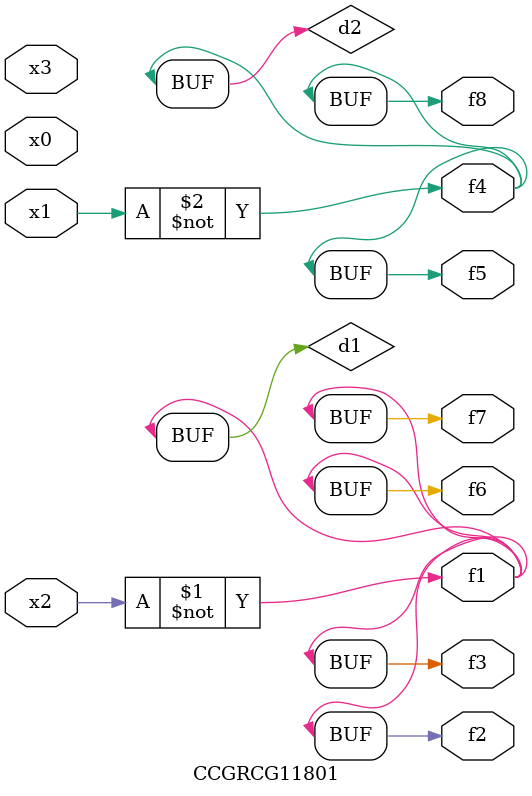
<source format=v>
module CCGRCG11801(
	input x0, x1, x2, x3,
	output f1, f2, f3, f4, f5, f6, f7, f8
);

	wire d1, d2;

	xnor (d1, x2);
	not (d2, x1);
	assign f1 = d1;
	assign f2 = d1;
	assign f3 = d1;
	assign f4 = d2;
	assign f5 = d2;
	assign f6 = d1;
	assign f7 = d1;
	assign f8 = d2;
endmodule

</source>
